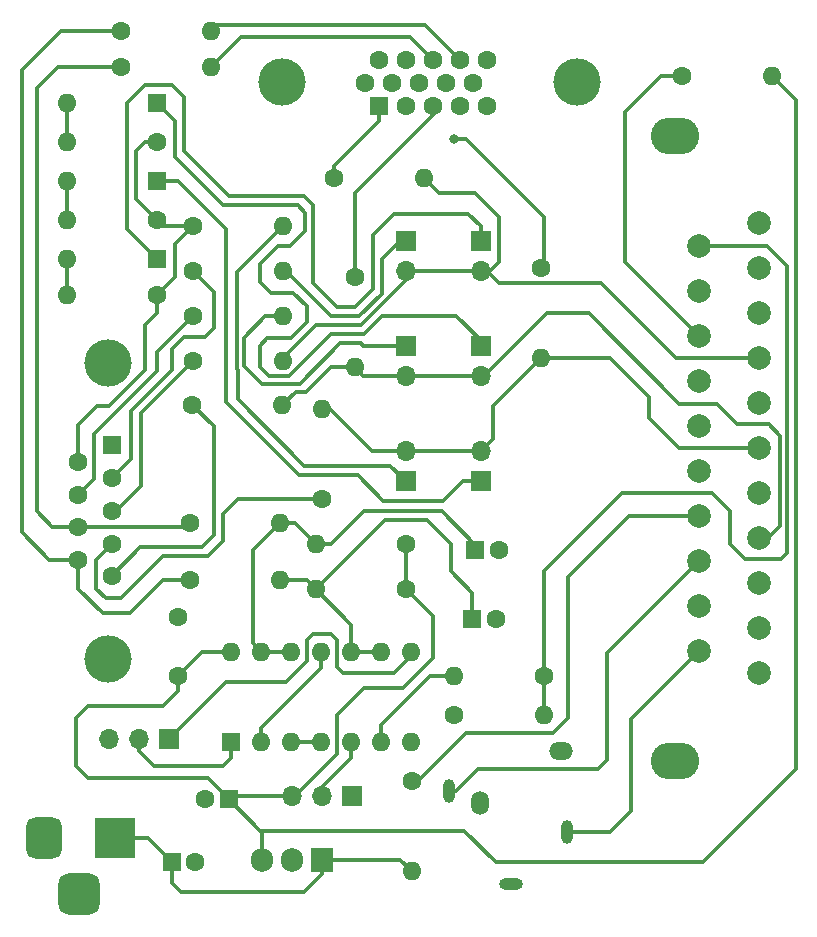
<source format=gbr>
%TF.GenerationSoftware,KiCad,Pcbnew,(6.0.2)*%
%TF.CreationDate,2022-12-04T18:43:18-06:00*%
%TF.ProjectId,CGA2SCart,43474132-5343-4617-9274-2e6b69636164,rev?*%
%TF.SameCoordinates,Original*%
%TF.FileFunction,Copper,L2,Bot*%
%TF.FilePolarity,Positive*%
%FSLAX46Y46*%
G04 Gerber Fmt 4.6, Leading zero omitted, Abs format (unit mm)*
G04 Created by KiCad (PCBNEW (6.0.2)) date 2022-12-04 18:43:18*
%MOMM*%
%LPD*%
G01*
G04 APERTURE LIST*
G04 Aperture macros list*
%AMRoundRect*
0 Rectangle with rounded corners*
0 $1 Rounding radius*
0 $2 $3 $4 $5 $6 $7 $8 $9 X,Y pos of 4 corners*
0 Add a 4 corners polygon primitive as box body*
4,1,4,$2,$3,$4,$5,$6,$7,$8,$9,$2,$3,0*
0 Add four circle primitives for the rounded corners*
1,1,$1+$1,$2,$3*
1,1,$1+$1,$4,$5*
1,1,$1+$1,$6,$7*
1,1,$1+$1,$8,$9*
0 Add four rect primitives between the rounded corners*
20,1,$1+$1,$2,$3,$4,$5,0*
20,1,$1+$1,$4,$5,$6,$7,0*
20,1,$1+$1,$6,$7,$8,$9,0*
20,1,$1+$1,$8,$9,$2,$3,0*%
G04 Aperture macros list end*
%TA.AperFunction,ComponentPad*%
%ADD10C,1.600000*%
%TD*%
%TA.AperFunction,ComponentPad*%
%ADD11O,1.600000X1.600000*%
%TD*%
%TA.AperFunction,ComponentPad*%
%ADD12R,1.700000X1.700000*%
%TD*%
%TA.AperFunction,ComponentPad*%
%ADD13O,1.700000X1.700000*%
%TD*%
%TA.AperFunction,ComponentPad*%
%ADD14R,1.600000X1.600000*%
%TD*%
%TA.AperFunction,ComponentPad*%
%ADD15R,1.905000X2.000000*%
%TD*%
%TA.AperFunction,ComponentPad*%
%ADD16O,1.905000X2.000000*%
%TD*%
%TA.AperFunction,WasherPad*%
%ADD17O,4.100000X3.100000*%
%TD*%
%TA.AperFunction,ComponentPad*%
%ADD18C,1.998980*%
%TD*%
%TA.AperFunction,ComponentPad*%
%ADD19C,4.000000*%
%TD*%
%TA.AperFunction,ComponentPad*%
%ADD20O,1.000000X2.000000*%
%TD*%
%TA.AperFunction,ComponentPad*%
%ADD21O,2.000000X1.000000*%
%TD*%
%TA.AperFunction,ComponentPad*%
%ADD22O,2.000000X1.500000*%
%TD*%
%TA.AperFunction,ComponentPad*%
%ADD23O,1.500000X2.000000*%
%TD*%
%TA.AperFunction,ComponentPad*%
%ADD24R,3.500000X3.500000*%
%TD*%
%TA.AperFunction,ComponentPad*%
%ADD25RoundRect,0.750000X-0.750000X-1.000000X0.750000X-1.000000X0.750000X1.000000X-0.750000X1.000000X0*%
%TD*%
%TA.AperFunction,ComponentPad*%
%ADD26RoundRect,0.875000X-0.875000X-0.875000X0.875000X-0.875000X0.875000X0.875000X-0.875000X0.875000X0*%
%TD*%
%TA.AperFunction,ViaPad*%
%ADD27C,0.800000*%
%TD*%
%TA.AperFunction,Conductor*%
%ADD28C,0.350000*%
%TD*%
G04 APERTURE END LIST*
D10*
%TO.P,R22,1*%
%TO.N,Net-(J1-Pad8)*%
X132842000Y-113030000D03*
D11*
%TO.P,R22,2*%
%TO.N,+12V*%
X132842000Y-120650000D03*
%TD*%
%TO.P,R20,2*%
%TO.N,Net-(J1-Pad20)*%
X144018000Y-107442000D03*
D10*
%TO.P,R20,1*%
%TO.N,GND*%
X136398000Y-107442000D03*
%TD*%
D12*
%TO.P,JP1,1,A*%
%TO.N,Net-(JP1-Pad1)*%
X112268000Y-109474000D03*
D13*
%TO.P,JP1,2,C*%
%TO.N,Net-(JP1-Pad2)*%
X109728000Y-109474000D03*
%TO.P,JP1,3,B*%
%TO.N,GND*%
X107188000Y-109474000D03*
%TD*%
D12*
%TO.P,JP8,1,A*%
%TO.N,GND*%
X127762000Y-114300000D03*
D13*
%TO.P,JP8,2,C*%
%TO.N,Net-(JP8-Pad2)*%
X125222000Y-114300000D03*
%TO.P,JP8,3,B*%
%TO.N,+5V*%
X122682000Y-114300000D03*
%TD*%
D10*
%TO.P,C5,1*%
%TO.N,+5V*%
X113030000Y-104140000D03*
%TO.P,C5,2*%
%TO.N,GND*%
X113030000Y-99140000D03*
%TD*%
%TO.P,C4,2*%
%TO.N,GND*%
X115348000Y-114554000D03*
D14*
%TO.P,C4,1*%
%TO.N,+5V*%
X117348000Y-114554000D03*
%TD*%
%TO.P,C3,1*%
%TO.N,Net-(C3-Pad1)*%
X138236888Y-93472000D03*
D10*
%TO.P,C3,2*%
%TO.N,GND*%
X140236888Y-93472000D03*
%TD*%
D14*
%TO.P,C2,1*%
%TO.N,+12V*%
X112522000Y-119888000D03*
D10*
%TO.P,C2,2*%
%TO.N,GND*%
X114522000Y-119888000D03*
%TD*%
D14*
%TO.P,C1,1*%
%TO.N,Net-(C1-Pad1)*%
X137982888Y-99314000D03*
D10*
%TO.P,C1,2*%
%TO.N,GND*%
X139982888Y-99314000D03*
%TD*%
D15*
%TO.P,U2,1,VI*%
%TO.N,+12V*%
X125222000Y-119705000D03*
D16*
%TO.P,U2,2,GND*%
%TO.N,GND*%
X122682000Y-119705000D03*
%TO.P,U2,3,VO*%
%TO.N,+5V*%
X120142000Y-119705000D03*
%TD*%
D11*
%TO.P,U1,14,VCC*%
%TO.N,+5V*%
X117597000Y-102098000D03*
%TO.P,U1,13*%
%TO.N,Net-(C3-Pad1)*%
X120137000Y-102098000D03*
%TO.P,U1,12*%
X122677000Y-102098000D03*
%TO.P,U1,11*%
%TO.N,Net-(U1-Pad11)*%
X125217000Y-102098000D03*
%TO.P,U1,10*%
%TO.N,Net-(C1-Pad1)*%
X127757000Y-102098000D03*
%TO.P,U1,9*%
X130297000Y-102098000D03*
%TO.P,U1,8*%
%TO.N,Net-(JP1-Pad1)*%
X132837000Y-102098000D03*
%TO.P,U1,7,GND*%
%TO.N,GND*%
X132837000Y-109718000D03*
%TO.P,U1,6*%
%TO.N,Net-(R21-Pad2)*%
X130297000Y-109718000D03*
%TO.P,U1,5*%
%TO.N,Net-(JP8-Pad2)*%
X127757000Y-109718000D03*
%TO.P,U1,4*%
%TO.N,Net-(U1-Pad3)*%
X125217000Y-109718000D03*
%TO.P,U1,3*%
X122677000Y-109718000D03*
%TO.P,U1,2*%
%TO.N,Net-(U1-Pad11)*%
X120137000Y-109718000D03*
D14*
%TO.P,U1,1*%
%TO.N,Net-(JP1-Pad2)*%
X117597000Y-109718000D03*
%TD*%
D10*
%TO.P,R14,1*%
%TO.N,+5V*%
X132334000Y-92964000D03*
D11*
%TO.P,R14,2*%
%TO.N,Net-(C3-Pad1)*%
X124714000Y-92964000D03*
%TD*%
D10*
%TO.P,R10,1*%
%TO.N,+5V*%
X132334000Y-96774000D03*
D11*
%TO.P,R10,2*%
%TO.N,Net-(C1-Pad1)*%
X124714000Y-96774000D03*
%TD*%
D10*
%TO.P,R18,1*%
%TO.N,CGA_HSYNC*%
X108204000Y-52578000D03*
D11*
%TO.P,R18,2*%
%TO.N,VGA_HSYNC*%
X115824000Y-52578000D03*
%TD*%
D10*
%TO.P,R17,1*%
%TO.N,VGA_BLUE*%
X128016000Y-70358000D03*
D11*
%TO.P,R17,2*%
%TO.N,Net-(J1-Pad7)*%
X128016000Y-77978000D03*
%TD*%
%TO.P,R7,2*%
%TO.N,Net-(J1-Pad11)*%
X125222000Y-81534000D03*
D10*
%TO.P,R7,1*%
%TO.N,CGA_GREEN*%
X125222000Y-89154000D03*
%TD*%
D14*
%TO.P,D2,1,K*%
%TO.N,Net-(D2-Pad1)*%
X111252000Y-62230000D03*
D11*
%TO.P,D2,2,A*%
%TO.N,Net-(D2-Pad2)*%
X103632000Y-62230000D03*
%TD*%
D10*
%TO.P,R16,1*%
%TO.N,VGA_GREEN*%
X143764000Y-69596000D03*
D11*
%TO.P,R16,2*%
%TO.N,Net-(J1-Pad11)*%
X143764000Y-77216000D03*
%TD*%
D12*
%TO.P,JP2,1,A*%
%TO.N,Net-(D1-Pad1)*%
X138684000Y-76200000D03*
D13*
%TO.P,JP2,2,B*%
%TO.N,Net-(J1-Pad7)*%
X138684000Y-78740000D03*
%TD*%
D10*
%TO.P,R21,1*%
%TO.N,Net-(J1-Pad20)*%
X144018000Y-104140000D03*
D11*
%TO.P,R21,2*%
%TO.N,Net-(R21-Pad2)*%
X136398000Y-104140000D03*
%TD*%
D10*
%TO.P,R8,1*%
%TO.N,CGA_RED*%
X114300000Y-77470000D03*
D11*
%TO.P,R8,2*%
%TO.N,Net-(J1-Pad15)*%
X121920000Y-77470000D03*
%TD*%
D10*
%TO.P,R13,1*%
%TO.N,EGA_RED*%
X114300000Y-69850000D03*
D11*
%TO.P,R13,2*%
%TO.N,Net-(JP6-Pad1)*%
X121920000Y-69850000D03*
%TD*%
D14*
%TO.P,D3,1,K*%
%TO.N,Net-(D3-Pad1)*%
X111252000Y-68834000D03*
D11*
%TO.P,D3,2,A*%
%TO.N,Net-(D3-Pad2)*%
X103632000Y-68834000D03*
%TD*%
D17*
%TO.P,J1,*%
%TO.N,*%
X155140660Y-58336180D03*
X155140660Y-111335820D03*
D18*
%TO.P,J1,1,P1*%
%TO.N,unconnected-(J1-Pad1)*%
X162219640Y-103886000D03*
%TO.P,J1,2,P2*%
%TO.N,Net-(J1-Pad2)*%
X157139640Y-101981000D03*
%TO.P,J1,3,P3*%
%TO.N,unconnected-(J1-Pad3)*%
X162219640Y-100076000D03*
%TO.P,J1,4,P4*%
%TO.N,GND*%
X157139640Y-98171000D03*
%TO.P,J1,5,P5*%
X162219640Y-96266000D03*
%TO.P,J1,6,P6*%
%TO.N,Net-(J1-Pad6)*%
X157139640Y-94361000D03*
%TO.P,J1,7,P7*%
%TO.N,Net-(J1-Pad7)*%
X162219640Y-92456000D03*
%TO.P,J1,8,P8*%
%TO.N,Net-(J1-Pad8)*%
X157139640Y-90551000D03*
%TO.P,J1,9,P9*%
%TO.N,GND*%
X162219640Y-88646000D03*
%TO.P,J1,10,P10*%
%TO.N,unconnected-(J1-Pad10)*%
X157139640Y-86741000D03*
%TO.P,J1,11,P11*%
%TO.N,Net-(J1-Pad11)*%
X162219640Y-84836000D03*
%TO.P,J1,12,P12*%
%TO.N,unconnected-(J1-Pad12)*%
X157139640Y-82931000D03*
%TO.P,J1,13,P13*%
%TO.N,GND*%
X162219640Y-81026000D03*
%TO.P,J1,14,P14*%
%TO.N,unconnected-(J1-Pad14)*%
X157139640Y-79121000D03*
%TO.P,J1,15,P15*%
%TO.N,Net-(J1-Pad15)*%
X162219640Y-77216000D03*
%TO.P,J1,16,P16*%
%TO.N,Net-(J1-Pad16)*%
X157139640Y-75311000D03*
%TO.P,J1,17,P17*%
%TO.N,unconnected-(J1-Pad17)*%
X162219640Y-73406000D03*
%TO.P,J1,18,P18*%
%TO.N,GND*%
X157139640Y-71501000D03*
%TO.P,J1,19,P19*%
%TO.N,unconnected-(J1-Pad19)*%
X162219640Y-69596000D03*
%TO.P,J1,20,P20*%
%TO.N,Net-(J1-Pad20)*%
X157139640Y-67691000D03*
%TO.P,J1,21,P21*%
%TO.N,GND*%
X162219640Y-65786000D03*
%TD*%
D12*
%TO.P,JP3,1,A*%
%TO.N,Net-(D2-Pad1)*%
X138684000Y-87630000D03*
D13*
%TO.P,JP3,2,B*%
%TO.N,Net-(J1-Pad11)*%
X138684000Y-85090000D03*
%TD*%
D12*
%TO.P,JP6,1,A*%
%TO.N,Net-(JP6-Pad1)*%
X132334000Y-67310000D03*
D13*
%TO.P,JP6,2,B*%
%TO.N,Net-(J1-Pad15)*%
X132334000Y-69850000D03*
%TD*%
D10*
%TO.P,R19,1*%
%TO.N,CGA_VSYNC*%
X108204000Y-49530000D03*
D11*
%TO.P,R19,2*%
%TO.N,VGA_VSYNC*%
X115824000Y-49530000D03*
%TD*%
D10*
%TO.P,R11,1*%
%TO.N,INTENS_EGA_GREEN*%
X114300000Y-66040000D03*
D11*
%TO.P,R11,2*%
%TO.N,Net-(JP7-Pad1)*%
X121920000Y-66040000D03*
%TD*%
D10*
%TO.P,R4,1*%
%TO.N,INTENS_EGA_GREEN*%
X111252000Y-65532000D03*
D11*
%TO.P,R4,2*%
%TO.N,Net-(D2-Pad2)*%
X103632000Y-65532000D03*
%TD*%
%TO.P,R2,2*%
%TO.N,+5V*%
X163322000Y-53340000D03*
D10*
%TO.P,R2,1*%
%TO.N,Net-(J1-Pad16)*%
X155702000Y-53340000D03*
%TD*%
%TO.P,R5,1*%
%TO.N,INTENS_EGA_GREEN*%
X111252000Y-71882000D03*
D11*
%TO.P,R5,2*%
%TO.N,Net-(D3-Pad2)*%
X103632000Y-71882000D03*
%TD*%
D12*
%TO.P,JP7,1,A*%
%TO.N,Net-(JP7-Pad1)*%
X132334000Y-87630000D03*
D13*
%TO.P,JP7,2,B*%
%TO.N,Net-(J1-Pad11)*%
X132334000Y-85090000D03*
%TD*%
D14*
%TO.P,D1,1,K*%
%TO.N,Net-(D1-Pad1)*%
X111252000Y-55626000D03*
D11*
%TO.P,D1,2,A*%
%TO.N,Net-(D1-Pad2)*%
X103632000Y-55626000D03*
%TD*%
D19*
%TO.P,J2,0*%
%TO.N,N/C*%
X107142000Y-77622000D03*
X107142000Y-102622000D03*
D14*
%TO.P,J2,1,1*%
%TO.N,GND*%
X107442000Y-84582000D03*
D10*
%TO.P,J2,2,2*%
%TO.N,EGA_RED*%
X107442000Y-87352000D03*
%TO.P,J2,3,3*%
%TO.N,CGA_RED*%
X107442000Y-90122000D03*
%TO.P,J2,4,4*%
%TO.N,CGA_GREEN*%
X107442000Y-92892000D03*
%TO.P,J2,5,5*%
%TO.N,CGA_BLUE*%
X107442000Y-95662000D03*
%TO.P,J2,6,6*%
%TO.N,INTENS_EGA_GREEN*%
X104602000Y-85967000D03*
%TO.P,J2,7,7*%
%TO.N,EGA_BLUE*%
X104602000Y-88737000D03*
%TO.P,J2,8,8*%
%TO.N,CGA_HSYNC*%
X104602000Y-91507000D03*
%TO.P,J2,9,9*%
%TO.N,CGA_VSYNC*%
X104602000Y-94277000D03*
%TD*%
D12*
%TO.P,JP5,1,A*%
%TO.N,Net-(JP5-Pad1)*%
X132334000Y-76190000D03*
D13*
%TO.P,JP5,2,B*%
%TO.N,Net-(J1-Pad7)*%
X132334000Y-78730000D03*
%TD*%
D19*
%TO.P,J4,0*%
%TO.N,N/C*%
X121863000Y-53830000D03*
X146863000Y-53830000D03*
D14*
%TO.P,J4,1*%
%TO.N,VGA_RED*%
X130048000Y-55880000D03*
D10*
%TO.P,J4,2*%
%TO.N,VGA_GREEN*%
X132338000Y-55880000D03*
%TO.P,J4,3*%
%TO.N,VGA_BLUE*%
X134628000Y-55880000D03*
%TO.P,J4,4*%
%TO.N,unconnected-(J4-Pad4)*%
X136918000Y-55880000D03*
%TO.P,J4,5*%
%TO.N,GND*%
X139208000Y-55880000D03*
%TO.P,J4,6*%
X128903000Y-53900000D03*
%TO.P,J4,7*%
X131193000Y-53900000D03*
%TO.P,J4,8*%
X133483000Y-53900000D03*
%TO.P,J4,9*%
%TO.N,unconnected-(J4-Pad9)*%
X135773000Y-53900000D03*
%TO.P,J4,10*%
%TO.N,GND*%
X138063000Y-53900000D03*
%TO.P,J4,11*%
X130048000Y-51920000D03*
%TO.P,J4,12*%
%TO.N,unconnected-(J4-Pad12)*%
X132338000Y-51920000D03*
%TO.P,J4,13*%
%TO.N,VGA_HSYNC*%
X134628000Y-51920000D03*
%TO.P,J4,14*%
%TO.N,VGA_VSYNC*%
X136918000Y-51920000D03*
%TO.P,J4,15*%
%TO.N,unconnected-(J4-Pad15)*%
X139208000Y-51920000D03*
%TD*%
%TO.P,R12,1*%
%TO.N,EGA_BLUE*%
X114300000Y-73660000D03*
D11*
%TO.P,R12,2*%
%TO.N,Net-(JP5-Pad1)*%
X121920000Y-73660000D03*
%TD*%
D10*
%TO.P,R9,1*%
%TO.N,CGA_HSYNC*%
X114046000Y-91186000D03*
D11*
%TO.P,R9,2*%
%TO.N,Net-(C3-Pad1)*%
X121666000Y-91186000D03*
%TD*%
D12*
%TO.P,JP4,1,A*%
%TO.N,Net-(D3-Pad1)*%
X138684000Y-67310000D03*
D13*
%TO.P,JP4,2,B*%
%TO.N,Net-(J1-Pad15)*%
X138684000Y-69850000D03*
%TD*%
D10*
%TO.P,R6,1*%
%TO.N,CGA_BLUE*%
X114280000Y-81160000D03*
D11*
%TO.P,R6,2*%
%TO.N,Net-(J1-Pad7)*%
X121900000Y-81160000D03*
%TD*%
D20*
%TO.P,J3,1*%
%TO.N,Net-(J1-Pad2)*%
X146024000Y-117344000D03*
%TO.P,J3,2*%
%TO.N,Net-(J1-Pad6)*%
X136024000Y-113844000D03*
D21*
%TO.P,J3,3*%
%TO.N,GND*%
X141224000Y-121744000D03*
D22*
%TO.P,J3,4*%
%TO.N,unconnected-(J3-Pad4)*%
X145524000Y-110444000D03*
D23*
%TO.P,J3,5*%
%TO.N,unconnected-(J3-Pad5)*%
X138624000Y-114844000D03*
%TD*%
D10*
%TO.P,R15,1*%
%TO.N,VGA_RED*%
X126238000Y-61976000D03*
D11*
%TO.P,R15,2*%
%TO.N,Net-(J1-Pad15)*%
X133858000Y-61976000D03*
%TD*%
D10*
%TO.P,R1,1*%
%TO.N,CGA_VSYNC*%
X114046000Y-96012000D03*
D11*
%TO.P,R1,2*%
%TO.N,Net-(C1-Pad1)*%
X121666000Y-96012000D03*
%TD*%
D24*
%TO.P,J5,1*%
%TO.N,+12V*%
X107696000Y-117856000D03*
D25*
%TO.P,J5,2*%
%TO.N,GND*%
X101696000Y-117856000D03*
D26*
%TO.P,J5,3*%
%TO.N,unconnected-(J5-Pad3)*%
X104696000Y-122556000D03*
%TD*%
D10*
%TO.P,R3,1*%
%TO.N,INTENS_EGA_GREEN*%
X111252000Y-58928000D03*
D11*
%TO.P,R3,2*%
%TO.N,Net-(D1-Pad2)*%
X103632000Y-58928000D03*
%TD*%
D27*
%TO.N,VGA_GREEN*%
X136398000Y-58674000D03*
%TD*%
D28*
%TO.N,VGA_GREEN*%
X144018000Y-69342000D02*
X143764000Y-69596000D01*
X144018000Y-65278000D02*
X144018000Y-69342000D01*
X137414000Y-58674000D02*
X144018000Y-65278000D01*
X136398000Y-58674000D02*
X137414000Y-58674000D01*
%TO.N,+5V*%
X165354000Y-55372000D02*
X163322000Y-53340000D01*
X157480000Y-119888000D02*
X165354000Y-112014000D01*
X165354000Y-112014000D02*
X165354000Y-55372000D01*
X139954000Y-119888000D02*
X157480000Y-119888000D01*
X137287000Y-117221000D02*
X139954000Y-119888000D01*
X120015000Y-117221000D02*
X137287000Y-117221000D01*
%TO.N,Net-(J1-Pad20)*%
X162941000Y-67691000D02*
X157139640Y-67691000D01*
X164640000Y-69390000D02*
X162941000Y-67691000D01*
X164640000Y-93678000D02*
X164640000Y-69390000D01*
X164084000Y-94234000D02*
X164640000Y-93678000D01*
X161036000Y-94234000D02*
X164084000Y-94234000D01*
X159766000Y-92964000D02*
X161036000Y-94234000D01*
X150622000Y-88646000D02*
X158242000Y-88646000D01*
X158242000Y-88646000D02*
X159766000Y-90170000D01*
X144018000Y-95250000D02*
X150622000Y-88646000D01*
X144018000Y-104140000D02*
X144018000Y-95250000D01*
X159766000Y-90170000D02*
X159766000Y-92964000D01*
%TO.N,+5V*%
X120015000Y-117221000D02*
X117348000Y-114554000D01*
X120142000Y-117348000D02*
X120015000Y-117221000D01*
%TO.N,Net-(J1-Pad6)*%
X149352000Y-111252000D02*
X149352000Y-102148640D01*
X138430000Y-112014000D02*
X148590000Y-112014000D01*
X149352000Y-102148640D02*
X157139640Y-94361000D01*
X136024000Y-113844000D02*
X136600000Y-113844000D01*
X136600000Y-113844000D02*
X138430000Y-112014000D01*
X148590000Y-112014000D02*
X149352000Y-111252000D01*
%TO.N,Net-(J1-Pad8)*%
X151257000Y-90551000D02*
X157139640Y-90551000D01*
X146050000Y-107696000D02*
X146050000Y-95758000D01*
X144780000Y-108966000D02*
X146050000Y-107696000D01*
X146050000Y-95758000D02*
X151257000Y-90551000D01*
X133350000Y-113030000D02*
X137414000Y-108966000D01*
X132842000Y-113030000D02*
X133350000Y-113030000D01*
X137414000Y-108966000D02*
X144780000Y-108966000D01*
%TO.N,+12V*%
X131897000Y-119705000D02*
X132842000Y-120650000D01*
X125222000Y-119705000D02*
X131897000Y-119705000D01*
%TO.N,Net-(JP8-Pad2)*%
X125222000Y-113538000D02*
X125222000Y-114300000D01*
X127757000Y-109718000D02*
X127757000Y-111003000D01*
X127757000Y-111003000D02*
X125222000Y-113538000D01*
%TO.N,+5V*%
X134620000Y-99060000D02*
X132334000Y-96774000D01*
X132080000Y-105156000D02*
X134620000Y-102616000D01*
X126492000Y-107442000D02*
X128778000Y-105156000D01*
X134620000Y-102616000D02*
X134620000Y-99060000D01*
X122936000Y-114300000D02*
X126492000Y-110744000D01*
X122682000Y-114300000D02*
X122936000Y-114300000D01*
X122682000Y-114300000D02*
X117602000Y-114300000D01*
X128778000Y-105156000D02*
X132080000Y-105156000D01*
X117602000Y-114300000D02*
X117348000Y-114554000D01*
X126492000Y-110744000D02*
X126492000Y-107442000D01*
X120142000Y-119705000D02*
X120142000Y-117348000D01*
X113030000Y-105410000D02*
X113030000Y-104140000D01*
X111760000Y-106680000D02*
X113030000Y-105410000D01*
X105410000Y-106680000D02*
X111760000Y-106680000D01*
X104394000Y-107696000D02*
X105410000Y-106680000D01*
X104394000Y-111760000D02*
X104394000Y-107696000D01*
X115570000Y-112776000D02*
X105410000Y-112776000D01*
X105410000Y-112776000D02*
X104394000Y-111760000D01*
X117348000Y-114554000D02*
X115570000Y-112776000D01*
%TO.N,Net-(J1-Pad2)*%
X151384000Y-107736640D02*
X151384000Y-115570000D01*
X149610000Y-117344000D02*
X146024000Y-117344000D01*
X157139640Y-101981000D02*
X151384000Y-107736640D01*
X151384000Y-115570000D02*
X149610000Y-117344000D01*
%TO.N,Net-(J1-Pad20)*%
X144018000Y-104140000D02*
X144018000Y-107442000D01*
%TO.N,Net-(R21-Pad2)*%
X134366000Y-104140000D02*
X136398000Y-104140000D01*
X130297000Y-108209000D02*
X134366000Y-104140000D01*
X130297000Y-109718000D02*
X130297000Y-108209000D01*
%TO.N,Net-(U1-Pad3)*%
X125217000Y-109718000D02*
X122677000Y-109718000D01*
%TO.N,+12V*%
X125222000Y-120904000D02*
X125222000Y-119705000D01*
X113284000Y-122428000D02*
X123698000Y-122428000D01*
X123698000Y-122428000D02*
X125222000Y-120904000D01*
X112522000Y-121666000D02*
X113284000Y-122428000D01*
X112522000Y-119888000D02*
X112522000Y-121666000D01*
X110490000Y-117856000D02*
X112522000Y-119888000D01*
X107696000Y-117856000D02*
X110490000Y-117856000D01*
%TO.N,Net-(JP1-Pad1)*%
X132837000Y-102367000D02*
X132837000Y-102098000D01*
X127000000Y-103886000D02*
X131318000Y-103886000D01*
X131318000Y-103886000D02*
X132837000Y-102367000D01*
X126492000Y-103378000D02*
X127000000Y-103886000D01*
X123952000Y-102870000D02*
X123952000Y-101092000D01*
X125984000Y-100584000D02*
X126492000Y-101092000D01*
X122174000Y-104648000D02*
X123952000Y-102870000D01*
X126492000Y-101092000D02*
X126492000Y-103378000D01*
X117094000Y-104648000D02*
X122174000Y-104648000D01*
X123952000Y-101092000D02*
X124460000Y-100584000D01*
X112268000Y-109474000D02*
X117094000Y-104648000D01*
X124460000Y-100584000D02*
X125984000Y-100584000D01*
%TO.N,Net-(U1-Pad11)*%
X125217000Y-103383000D02*
X120137000Y-108463000D01*
X125217000Y-102098000D02*
X125217000Y-103383000D01*
X120137000Y-108463000D02*
X120137000Y-109718000D01*
%TO.N,Net-(J1-Pad16)*%
X153924000Y-53340000D02*
X155702000Y-53340000D01*
X150876000Y-69047360D02*
X150876000Y-56388000D01*
X150876000Y-56388000D02*
X153924000Y-53340000D01*
X157139640Y-75311000D02*
X150876000Y-69047360D01*
%TO.N,Net-(JP1-Pad2)*%
X109728000Y-110490000D02*
X109728000Y-109474000D01*
X110998000Y-111760000D02*
X109728000Y-110490000D01*
X117597000Y-111003000D02*
X116840000Y-111760000D01*
X117597000Y-109718000D02*
X117597000Y-111003000D01*
X116840000Y-111760000D02*
X110998000Y-111760000D01*
%TO.N,Net-(C1-Pad1)*%
X130297000Y-102098000D02*
X127757000Y-102098000D01*
%TO.N,+5V*%
X115072000Y-102098000D02*
X113030000Y-104140000D01*
X117597000Y-102098000D02*
X115072000Y-102098000D01*
%TO.N,Net-(C3-Pad1)*%
X119380000Y-101341000D02*
X120137000Y-102098000D01*
X119380000Y-93472000D02*
X119380000Y-101341000D01*
X121666000Y-91186000D02*
X119380000Y-93472000D01*
X120137000Y-102098000D02*
X122677000Y-102098000D01*
%TO.N,Net-(C1-Pad1)*%
X127757000Y-99817000D02*
X124714000Y-96774000D01*
X127757000Y-102098000D02*
X127757000Y-99817000D01*
X137982888Y-97088888D02*
X137982888Y-99314000D01*
X136144000Y-95250000D02*
X137982888Y-97088888D01*
X130556000Y-90932000D02*
X134112000Y-90932000D01*
X134112000Y-90932000D02*
X136144000Y-92964000D01*
X136144000Y-92964000D02*
X136144000Y-95250000D01*
X124714000Y-96774000D02*
X130556000Y-90932000D01*
%TO.N,Net-(C3-Pad1)*%
X135382000Y-90170000D02*
X138236888Y-93024888D01*
X128778000Y-90170000D02*
X135382000Y-90170000D01*
X125984000Y-92964000D02*
X128778000Y-90170000D01*
X124714000Y-92964000D02*
X125984000Y-92964000D01*
X138236888Y-93024888D02*
X138236888Y-93472000D01*
%TO.N,Net-(C1-Pad1)*%
X123952000Y-96012000D02*
X124714000Y-96774000D01*
X121666000Y-96012000D02*
X123952000Y-96012000D01*
%TO.N,+5V*%
X132334000Y-92964000D02*
X132334000Y-96774000D01*
%TO.N,Net-(C3-Pad1)*%
X122936000Y-91186000D02*
X124714000Y-92964000D01*
X121666000Y-91186000D02*
X122936000Y-91186000D01*
%TO.N,CGA_VSYNC*%
X111760000Y-96012000D02*
X114046000Y-96012000D01*
X108966000Y-98806000D02*
X111760000Y-96012000D01*
X106680000Y-98806000D02*
X108966000Y-98806000D01*
X104602000Y-96728000D02*
X106680000Y-98806000D01*
X104602000Y-94277000D02*
X104602000Y-96728000D01*
%TO.N,CGA_GREEN*%
X111760000Y-93980000D02*
X108204000Y-97536000D01*
X106934000Y-97536000D02*
X108204000Y-97536000D01*
X115570000Y-93980000D02*
X116840000Y-92710000D01*
X115570000Y-93980000D02*
X111760000Y-93980000D01*
%TO.N,CGA_BLUE*%
X109886000Y-93218000D02*
X107442000Y-95662000D01*
X115062000Y-93218000D02*
X109886000Y-93218000D01*
X114280000Y-81160000D02*
X116078000Y-82958000D01*
X116078000Y-82958000D02*
X116078000Y-92202000D01*
X116078000Y-92202000D02*
X115062000Y-93218000D01*
%TO.N,CGA_HSYNC*%
X104602000Y-91507000D02*
X113725000Y-91507000D01*
X113725000Y-91507000D02*
X114046000Y-91186000D01*
%TO.N,CGA_GREEN*%
X118110000Y-89154000D02*
X125222000Y-89154000D01*
X116840000Y-90424000D02*
X118110000Y-89154000D01*
X106090000Y-96692000D02*
X106934000Y-97536000D01*
X106090000Y-94244000D02*
X106090000Y-96692000D01*
X116840000Y-92710000D02*
X116840000Y-90424000D01*
X107442000Y-92892000D02*
X106090000Y-94244000D01*
%TO.N,Net-(J1-Pad11)*%
X129520000Y-85090000D02*
X125964000Y-81534000D01*
X125964000Y-81534000D02*
X125222000Y-81534000D01*
X132334000Y-85090000D02*
X129520000Y-85090000D01*
%TO.N,Net-(D2-Pad1)*%
X128310000Y-87120000D02*
X130450000Y-89260000D01*
X123280000Y-87120000D02*
X128310000Y-87120000D01*
X135530000Y-89260000D02*
X130450000Y-89260000D01*
X123280000Y-87120000D02*
X117094000Y-80934000D01*
X117094000Y-66294000D02*
X113030000Y-62230000D01*
X117094000Y-80934000D02*
X117094000Y-66294000D01*
X113030000Y-62230000D02*
X111252000Y-62230000D01*
X138684000Y-87630000D02*
X137160000Y-87630000D01*
X137160000Y-87630000D02*
X135530000Y-89260000D01*
%TO.N,Net-(JP7-Pad1)*%
X131004000Y-86300000D02*
X132334000Y-87630000D01*
X118110000Y-80640000D02*
X123770000Y-86300000D01*
X123770000Y-86300000D02*
X131004000Y-86300000D01*
X118070480Y-78117618D02*
X118110000Y-78157138D01*
X118110000Y-78157138D02*
X118110000Y-80640000D01*
X118070480Y-69889520D02*
X118070480Y-78117618D01*
X121920000Y-66040000D02*
X118070480Y-69889520D01*
%TO.N,CGA_RED*%
X109920000Y-81850000D02*
X114300000Y-77470000D01*
X109920000Y-88050000D02*
X109920000Y-81850000D01*
X107848000Y-90122000D02*
X109920000Y-88050000D01*
X107442000Y-90122000D02*
X107848000Y-90122000D01*
%TO.N,Net-(J1-Pad7)*%
X125984000Y-77978000D02*
X128016000Y-77978000D01*
X123932000Y-80030000D02*
X125984000Y-77978000D01*
X123030000Y-80030000D02*
X123932000Y-80030000D01*
X121900000Y-81160000D02*
X123030000Y-80030000D01*
%TO.N,EGA_RED*%
X116078000Y-74676000D02*
X116078000Y-71628000D01*
X115316000Y-75438000D02*
X116078000Y-74676000D01*
X113538000Y-75438000D02*
X115316000Y-75438000D01*
X116078000Y-71628000D02*
X114300000Y-69850000D01*
X112522000Y-76454000D02*
X113538000Y-75438000D01*
X112522000Y-78208000D02*
X112522000Y-76454000D01*
X109081000Y-85713000D02*
X109081000Y-81649000D01*
X109081000Y-81649000D02*
X112522000Y-78208000D01*
X107442000Y-87352000D02*
X109081000Y-85713000D01*
%TO.N,Net-(J1-Pad11)*%
X155448000Y-84836000D02*
X162219640Y-84836000D01*
X152908000Y-82296000D02*
X155448000Y-84836000D01*
X152908000Y-80518000D02*
X152908000Y-82296000D01*
X149606000Y-77216000D02*
X152908000Y-80518000D01*
X143764000Y-77216000D02*
X149606000Y-77216000D01*
%TO.N,Net-(J1-Pad7)*%
X164020000Y-91430000D02*
X162994000Y-92456000D01*
X164020000Y-83756000D02*
X164020000Y-91430000D01*
X160401000Y-82804000D02*
X163068000Y-82804000D01*
X144272000Y-73406000D02*
X147828000Y-73406000D01*
X138938000Y-78740000D02*
X144272000Y-73406000D01*
X158686500Y-81089500D02*
X160401000Y-82804000D01*
X147828000Y-73406000D02*
X155511500Y-81089500D01*
X155511500Y-81089500D02*
X158686500Y-81089500D01*
X163068000Y-82804000D02*
X164020000Y-83756000D01*
X138684000Y-78740000D02*
X138938000Y-78740000D01*
%TO.N,Net-(J1-Pad15)*%
X148844000Y-70866000D02*
X140208000Y-70866000D01*
X140208000Y-70866000D02*
X139192000Y-69850000D01*
X155194000Y-77216000D02*
X148844000Y-70866000D01*
X162219640Y-77216000D02*
X155194000Y-77216000D01*
%TO.N,Net-(J1-Pad11)*%
X139700000Y-81280000D02*
X143764000Y-77216000D01*
%TO.N,Net-(J1-Pad15)*%
X124714000Y-74422000D02*
X121920000Y-77216000D01*
X140208000Y-65278000D02*
X138176000Y-63246000D01*
X128524000Y-74422000D02*
X124714000Y-74422000D01*
X140208000Y-69088000D02*
X140208000Y-65278000D01*
X132334000Y-69850000D02*
X132334000Y-70612000D01*
X135128000Y-63246000D02*
X133858000Y-61976000D01*
X138176000Y-63246000D02*
X135128000Y-63246000D01*
X121920000Y-77216000D02*
X121920000Y-77470000D01*
X132334000Y-70612000D02*
X128524000Y-74422000D01*
X139446000Y-69850000D02*
X140208000Y-69088000D01*
X132334000Y-69850000D02*
X139446000Y-69850000D01*
%TO.N,Net-(J1-Pad7)*%
X128768000Y-78730000D02*
X128016000Y-77978000D01*
X132344000Y-78740000D02*
X132334000Y-78730000D01*
X138684000Y-78740000D02*
X132344000Y-78740000D01*
X132334000Y-78730000D02*
X128768000Y-78730000D01*
%TO.N,INTENS_EGA_GREEN*%
X110236000Y-74422000D02*
X111252000Y-73406000D01*
X112776000Y-67564000D02*
X114300000Y-66040000D01*
X111760000Y-66040000D02*
X111252000Y-65532000D01*
X110236000Y-78232000D02*
X110236000Y-74422000D01*
X106172000Y-81280000D02*
X107188000Y-81280000D01*
X111252000Y-71882000D02*
X112776000Y-70358000D01*
X109474000Y-63754000D02*
X111252000Y-65532000D01*
X111252000Y-58928000D02*
X110236000Y-58928000D01*
X109474000Y-59690000D02*
X109474000Y-63754000D01*
X104602000Y-82850000D02*
X106172000Y-81280000D01*
X112776000Y-70358000D02*
X112776000Y-67564000D01*
X110236000Y-58928000D02*
X109474000Y-59690000D01*
X111252000Y-73406000D02*
X111252000Y-71882000D01*
X114300000Y-66040000D02*
X111760000Y-66040000D01*
X107188000Y-81280000D02*
X110236000Y-78232000D01*
X104602000Y-85967000D02*
X104602000Y-82850000D01*
%TO.N,EGA_BLUE*%
X105918000Y-83581138D02*
X111252000Y-78247138D01*
X111252000Y-76708000D02*
X114300000Y-73660000D01*
X104602000Y-88737000D02*
X105918000Y-87421000D01*
X111252000Y-78247138D02*
X111252000Y-76708000D01*
X105918000Y-87421000D02*
X105918000Y-83581138D01*
%TO.N,CGA_HSYNC*%
X101092000Y-54356000D02*
X102870000Y-52578000D01*
X102870000Y-52578000D02*
X108204000Y-52578000D01*
X104602000Y-91507000D02*
X102429000Y-91507000D01*
X102429000Y-91507000D02*
X101092000Y-90170000D01*
X101092000Y-90170000D02*
X101092000Y-54356000D01*
%TO.N,Net-(D1-Pad1)*%
X122530000Y-67690000D02*
X123812000Y-66408000D01*
X116840000Y-64262000D02*
X112776000Y-60198000D01*
X120620000Y-75500000D02*
X122610000Y-75500000D01*
X123812000Y-64884000D02*
X123190000Y-64262000D01*
X130352000Y-73610000D02*
X128778000Y-75184000D01*
X122438000Y-78730000D02*
X120810000Y-78730000D01*
X119990000Y-76130000D02*
X120620000Y-75500000D01*
X112776000Y-60198000D02*
X112776000Y-57150000D01*
X138684000Y-76200000D02*
X138684000Y-75692000D01*
X122610000Y-75500000D02*
X123960000Y-74150000D01*
X120960000Y-71640000D02*
X120050000Y-70730000D01*
X120050000Y-70730000D02*
X120050000Y-69200000D01*
X128778000Y-75184000D02*
X125984000Y-75184000D01*
X125984000Y-75184000D02*
X122438000Y-78730000D01*
X112776000Y-57150000D02*
X111252000Y-55626000D01*
X138684000Y-75692000D02*
X136602000Y-73610000D01*
X116840000Y-64262000D02*
X123190000Y-64262000D01*
X121560000Y-67690000D02*
X122530000Y-67690000D01*
X123960000Y-72780000D02*
X122820000Y-71640000D01*
X119990000Y-77910000D02*
X119990000Y-76130000D01*
X136602000Y-73610000D02*
X130352000Y-73610000D01*
X123812000Y-66408000D02*
X123812000Y-64884000D01*
X122820000Y-71640000D02*
X120960000Y-71640000D01*
X120050000Y-69200000D02*
X121560000Y-67690000D01*
X120810000Y-78730000D02*
X119990000Y-77910000D01*
X123960000Y-74150000D02*
X123960000Y-72780000D01*
%TO.N,Net-(D1-Pad2)*%
X103632000Y-58928000D02*
X103632000Y-55626000D01*
%TO.N,CGA_VSYNC*%
X102151000Y-94277000D02*
X99822000Y-91948000D01*
X99822000Y-52832000D02*
X103124000Y-49530000D01*
X103124000Y-49530000D02*
X108204000Y-49530000D01*
X104602000Y-94277000D02*
X102151000Y-94277000D01*
X99822000Y-91948000D02*
X99822000Y-52832000D01*
%TO.N,VGA_RED*%
X130048000Y-57150000D02*
X126238000Y-60960000D01*
X130048000Y-55880000D02*
X130048000Y-57150000D01*
X126238000Y-60960000D02*
X126238000Y-61976000D01*
%TO.N,Net-(J1-Pad11)*%
X138684000Y-85090000D02*
X139700000Y-84074000D01*
X138684000Y-85090000D02*
X132334000Y-85090000D01*
X139700000Y-84074000D02*
X139700000Y-81280000D01*
%TO.N,VGA_BLUE*%
X128016000Y-70358000D02*
X128016000Y-63246000D01*
X134628000Y-56634000D02*
X134628000Y-55880000D01*
X128016000Y-63246000D02*
X134628000Y-56634000D01*
%TO.N,VGA_HSYNC*%
X132746000Y-50038000D02*
X134628000Y-51920000D01*
X115824000Y-52578000D02*
X118364000Y-50038000D01*
X118364000Y-50038000D02*
X132746000Y-50038000D01*
%TO.N,VGA_VSYNC*%
X134020000Y-49022000D02*
X136918000Y-51920000D01*
X116332000Y-49022000D02*
X134020000Y-49022000D01*
X115824000Y-49530000D02*
X116332000Y-49022000D01*
%TO.N,Net-(D2-Pad2)*%
X103632000Y-65532000D02*
X103632000Y-62230000D01*
%TO.N,Net-(D3-Pad1)*%
X108712000Y-66294000D02*
X108712000Y-55626000D01*
X113538000Y-55118000D02*
X113538000Y-59690000D01*
X110236000Y-54102000D02*
X112522000Y-54102000D01*
X129540000Y-71374000D02*
X129540000Y-66802000D01*
X138684000Y-66040000D02*
X138684000Y-67310000D01*
X131382000Y-64960000D02*
X137604000Y-64960000D01*
X123698000Y-63500000D02*
X124460000Y-64262000D01*
X117348000Y-63500000D02*
X123698000Y-63500000D01*
X124460000Y-64262000D02*
X124460000Y-70866000D01*
X126492000Y-72898000D02*
X128016000Y-72898000D01*
X129540000Y-66802000D02*
X131382000Y-64960000D01*
X137604000Y-64960000D02*
X138684000Y-66040000D01*
X113538000Y-59690000D02*
X117348000Y-63500000D01*
X124460000Y-70866000D02*
X126492000Y-72898000D01*
X112522000Y-54102000D02*
X113538000Y-55118000D01*
X108712000Y-55626000D02*
X110236000Y-54102000D01*
X128016000Y-72898000D02*
X129540000Y-71374000D01*
X111252000Y-68834000D02*
X108712000Y-66294000D01*
%TO.N,Net-(D3-Pad2)*%
X103632000Y-71882000D02*
X103632000Y-68834000D01*
%TO.N,Net-(JP6-Pad1)*%
X122174000Y-69850000D02*
X121920000Y-69850000D01*
X125984000Y-73660000D02*
X122174000Y-69850000D01*
X130302000Y-68834000D02*
X130302000Y-71755000D01*
X130302000Y-71755000D02*
X128397000Y-73660000D01*
X132334000Y-67310000D02*
X131826000Y-67310000D01*
X128397000Y-73660000D02*
X125984000Y-73660000D01*
X131826000Y-67310000D02*
X130302000Y-68834000D01*
%TO.N,Net-(JP5-Pad1)*%
X126825000Y-75946000D02*
X128524000Y-75946000D01*
X120460000Y-73660000D02*
X118620000Y-75500000D01*
X128768000Y-76190000D02*
X132334000Y-76190000D01*
X120140000Y-79410000D02*
X123361000Y-79410000D01*
X121920000Y-73660000D02*
X120460000Y-73660000D01*
X118620000Y-77890000D02*
X120140000Y-79410000D01*
X123361000Y-79410000D02*
X126825000Y-75946000D01*
X128524000Y-75946000D02*
X128768000Y-76190000D01*
X118620000Y-75500000D02*
X118620000Y-77890000D01*
%TD*%
M02*

</source>
